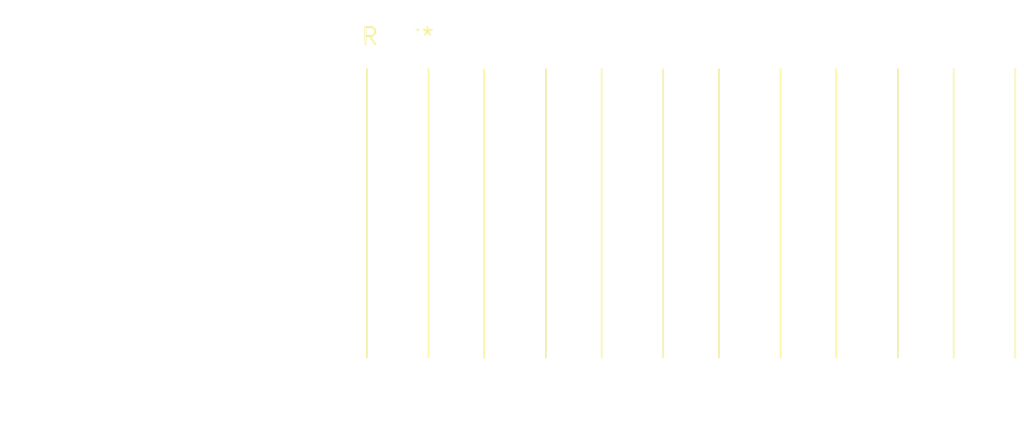
<source format=kicad_pcb>
(kicad_pcb (version 20240108) (generator pcbnew)
  (layers (0 "F.Cu" signal) (31 "B.Cu" signal) (34 "B.Paste" user) (35 "F.Paste" user) (36 "B.SilkS" user "B.Silkscreen") (37 "F.SilkS" user "F.Silkscreen") (38 "B.Mask" user) (39 "F.Mask" user) (44 "Edge.Cuts" user))
  (net 0 "")
  (footprint "SolderWire-2.5sqmm_1x06_P8.8mm_D2.4mm_OD4.4mm_Relief" (layer "F.Cu") (at 0 0)
    (property "Reference" "REF**")
    (property "Value" "SolderWire-2.5sqmm_1x06_P8.8mm_D2.4mm_OD4.4mm_Relief")
    (fp_line (start -2.31 2.46) (end -2.31 24.09) (layer "F.SilkS") (stroke (width 0.12)))
    (fp_line (start 2.31 2.46) (end 2.31 24.09) (layer "F.SilkS") (stroke (width 0.12)))
    (fp_line (start 6.49 2.46) (end 6.49 24.09) (layer "F.SilkS") (stroke (width 0.12)))
    (fp_line (start 11.11 2.46) (end 11.11 24.09) (layer "F.SilkS") (stroke (width 0.12)))
    (fp_line (start 15.29 2.46) (end 15.29 24.09) (layer "F.SilkS") (stroke (width 0.12)))
    (fp_line (start 19.91 2.46) (end 19.91 24.09) (layer "F.SilkS") (stroke (width 0.12)))
    (fp_line (start 24.09 2.46) (end 24.09 24.09) (layer "F.SilkS") (stroke (width 0.12)))
    (fp_line (start 28.71 2.46) (end 28.71 24.09) (layer "F.SilkS") (stroke (width 0.12)))
    (fp_line (start 32.89 2.46) (end 32.89 24.09) (layer "F.SilkS") (stroke (width 0.12)))
    (fp_line (start 37.51 2.46) (end 37.51 24.09) (layer "F.SilkS") (stroke (width 0.12)))
    (fp_line (start 41.69 2.46) (end 41.69 24.09) (layer "F.SilkS") (stroke (width 0.12)))
    (fp_line (start 46.31 2.46) (end 46.31 24.09) (layer "F.SilkS") (stroke (width 0.12)))
    (pad "" np_thru_hole circle (at 0 26.4) (size 4.9 4.9) (drill 4.9) (layers *.Cu *.Mask))
    (pad "" np_thru_hole circle (at 8.8 26.4) (size 4.9 4.9) (drill 4.9) (layers *.Cu *.Mask))
    (pad "" np_thru_hole circle (at 17.6 26.4) (size 4.9 4.9) (drill 4.9) (layers *.Cu *.Mask))
    (pad "" np_thru_hole circle (at 26.4 26.4) (size 4.9 4.9) (drill 4.9) (layers *.Cu *.Mask))
    (pad "" np_thru_hole circle (at 35.2 26.4) (size 4.9 4.9) (drill 4.9) (layers *.Cu *.Mask))
    (pad "" np_thru_hole circle (at 44 26.4) (size 4.9 4.9) (drill 4.9) (layers *.Cu *.Mask))
    (pad "1" thru_hole roundrect (at 0 0) (size 4.4 4.4) (drill 3) (layers *.Cu *.Mask) (remove_unused_layers) (roundrect_rratio 0.056818))
    (pad "2" thru_hole circle (at 8.8 0) (size 4.4 4.4) (drill 3) (layers *.Cu *.Mask) (remove_unused_layers))
    (pad "3" thru_hole circle (at 17.6 0) (size 4.4 4.4) (drill 3) (layers *.Cu *.Mask) (remove_unused_layers))
    (pad "4" thru_hole circle (at 26.4 0) (size 4.4 4.4) (drill 3) (layers *.Cu *.Mask) (remove_unused_layers))
    (pad "5" thru_hole circle (at 35.2 0) (size 4.4 4.4) (drill 3) (layers *.Cu *.Mask) (remove_unused_layers))
    (pad "6" thru_hole circle (at 44 0) (size 4.4 4.4) (drill 3) (layers *.Cu *.Mask) (remove_unused_layers))
  )
)
</source>
